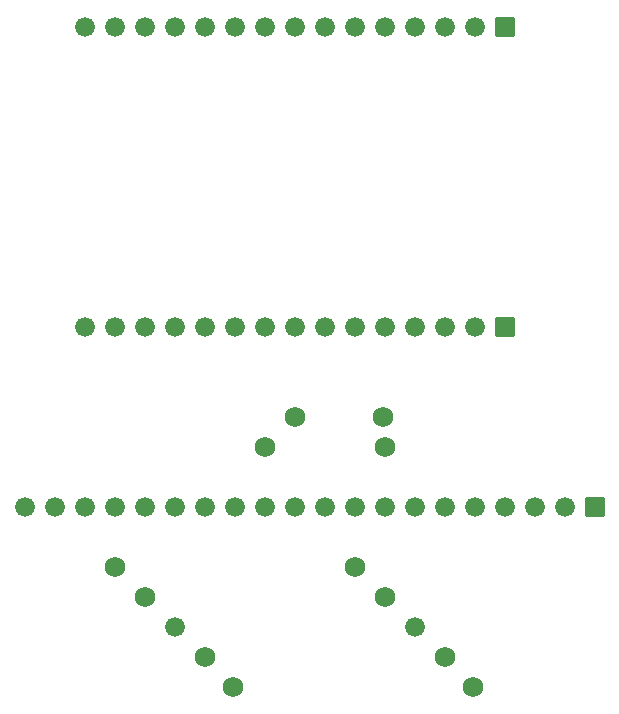
<source format=gbs>
G04 Layer: BottomSolderMaskLayer*
G04 EasyEDA v6.5.22, 2023-03-23 22:40:55*
G04 3627553c056445a1abe21900e2fb236e,da1fd6cafd0d43568a8352192e737843,10*
G04 Gerber Generator version 0.2*
G04 Scale: 100 percent, Rotated: No, Reflected: No *
G04 Dimensions in inches *
G04 leading zeros omitted , absolute positions ,3 integer and 6 decimal *
%FSLAX36Y36*%
%MOIN*%

%AMMACRO1*1,1,$1,$2,$3*1,1,$1,$4,$5*1,1,$1,0-$2,0-$3*1,1,$1,0-$4,0-$5*20,1,$1,$2,$3,$4,$5,0*20,1,$1,$4,$5,0-$2,0-$3,0*20,1,$1,0-$2,0-$3,0-$4,0-$5,0*20,1,$1,0-$4,0-$5,$2,$3,0*4,1,4,$2,$3,$4,$5,0-$2,0-$3,0-$4,0-$5,$2,$3,0*%
%ADD10C,0.0660*%
%ADD11MACRO1,0.004X0.031X-0.031X-0.031X-0.031*%
%ADD12C,0.0680*%

%LPD*%
D10*
G01*
X3200000Y1799580D03*
G01*
X3300000Y1799580D03*
G01*
X3400000Y1799580D03*
G01*
X3500000Y1799580D03*
G01*
X3600000Y1799580D03*
G01*
X3700000Y1799580D03*
G01*
X3800000Y1799580D03*
G01*
X3900000Y1799580D03*
G01*
X4000000Y1799580D03*
G01*
X4100000Y1799580D03*
G01*
X4200000Y1799580D03*
G01*
X4300000Y1799580D03*
G01*
X4400000Y1799580D03*
G01*
X4500000Y1799580D03*
D11*
G01*
X4600000Y1799580D03*
D10*
G01*
X3200000Y2799580D03*
G01*
X3300000Y2799580D03*
G01*
X3400000Y2799580D03*
G01*
X3500000Y2799580D03*
G01*
X3600000Y2799580D03*
G01*
X3700000Y2799580D03*
G01*
X3800000Y2799580D03*
G01*
X3900000Y2799580D03*
G01*
X4000000Y2799580D03*
G01*
X4100000Y2799580D03*
G01*
X4200000Y2799580D03*
G01*
X4300000Y2799580D03*
G01*
X4400000Y2799580D03*
G01*
X4500000Y2799580D03*
D11*
G01*
X4600000Y2799580D03*
D10*
G01*
X3000000Y1199580D03*
G01*
X3100000Y1199580D03*
G01*
X3200000Y1199580D03*
G01*
X3300000Y1199580D03*
G01*
X3400000Y1199580D03*
G01*
X3500000Y1199580D03*
G01*
X3600000Y1199580D03*
G01*
X3700000Y1199580D03*
G01*
X3800000Y1199580D03*
G01*
X3900000Y1199580D03*
G01*
X4000000Y1199580D03*
G01*
X4100000Y1199580D03*
G01*
X4200000Y1199580D03*
G01*
X4300000Y1199580D03*
G01*
X4400000Y1199580D03*
G01*
X4500000Y1199580D03*
G01*
X4600000Y1199580D03*
G01*
X4700000Y1199580D03*
G01*
X4800000Y1199580D03*
D11*
G01*
X4900000Y1199580D03*
D12*
G01*
X4195000Y1499580D03*
G01*
X3900000Y1499580D03*
G01*
X3800000Y1399580D03*
G01*
X4200000Y1399580D03*
G01*
X3695000Y600000D03*
G01*
X3600000Y700000D03*
D10*
G01*
X3500000Y799580D03*
D12*
G01*
X3300000Y999580D03*
G01*
X3400000Y899580D03*
G01*
X4200000Y899580D03*
G01*
X4100000Y999580D03*
D10*
G01*
X4300000Y799580D03*
D12*
G01*
X4400000Y700000D03*
G01*
X4495000Y600000D03*
M02*

</source>
